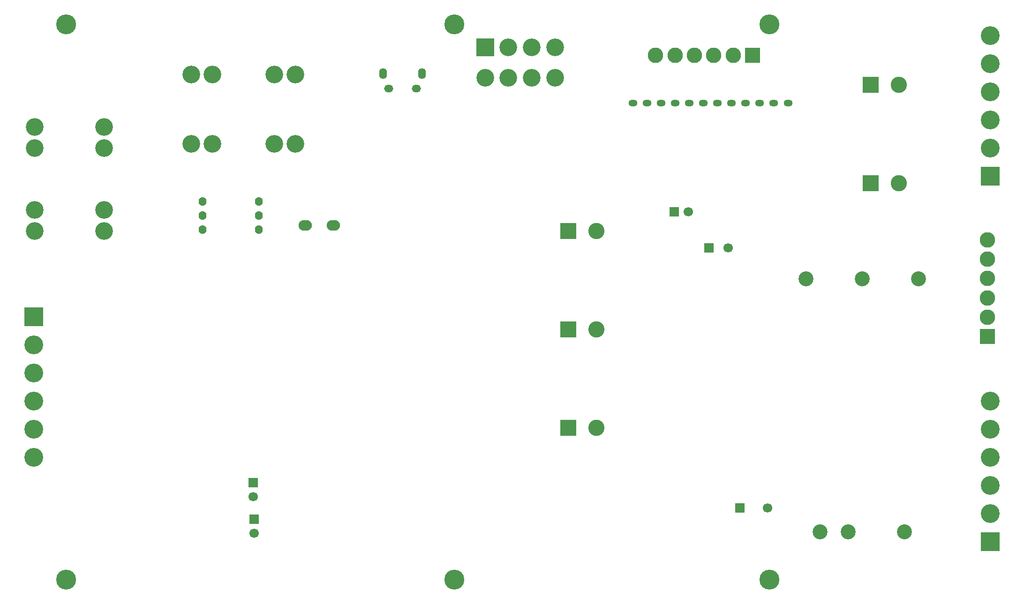
<source format=gbr>
G04 #@! TF.FileFunction,Soldermask,Bot*
%FSLAX46Y46*%
G04 Gerber Fmt 4.6, Leading zero omitted, Abs format (unit mm)*
G04 Created by KiCad (PCBNEW 4.0.7-e2-6376~58~ubuntu16.04.1) date Wed Jul 25 01:15:53 2018*
%MOMM*%
%LPD*%
G01*
G04 APERTURE LIST*
%ADD10C,0.100000*%
%ADD11C,3.600000*%
%ADD12R,1.700000X1.700000*%
%ADD13C,1.700000*%
%ADD14R,3.200000X3.200000*%
%ADD15C,3.200000*%
%ADD16R,3.400000X3.400000*%
%ADD17C,3.400000*%
%ADD18C,2.800000*%
%ADD19R,2.800000X2.800000*%
%ADD20O,1.650000X1.350000*%
%ADD21O,1.400000X1.950000*%
%ADD22O,1.600000X1.250000*%
%ADD23O,1.400000X1.600000*%
%ADD24O,2.400000X1.910000*%
%ADD25R,2.940000X2.940000*%
%ADD26C,2.940000*%
%ADD27C,2.700000*%
G04 APERTURE END LIST*
D10*
D11*
X209042000Y-48768000D03*
X209042000Y-149098000D03*
X152146000Y-48768000D03*
X152146000Y-149098000D03*
X82042000Y-149098000D03*
D12*
X115976400Y-138176000D03*
D13*
X115976400Y-140676000D03*
D12*
X115824000Y-131572000D03*
D13*
X115824000Y-134072000D03*
D14*
X157716000Y-52920000D03*
D15*
X161916000Y-52920000D03*
X166116000Y-52920000D03*
X170316000Y-52920000D03*
X157716000Y-58420000D03*
X161916000Y-58420000D03*
X166116000Y-58420000D03*
X170316000Y-58420000D03*
X123434000Y-70358000D03*
X119634000Y-70358000D03*
X123434000Y-57858000D03*
X119634000Y-57858000D03*
X108434000Y-70358000D03*
X104634000Y-70358000D03*
X108434000Y-57858000D03*
X104634000Y-57858000D03*
X88900000Y-67310000D03*
X88900000Y-71110000D03*
X76400000Y-67310000D03*
X76400000Y-71110000D03*
X88900000Y-82310000D03*
X88900000Y-86110000D03*
X76400000Y-82310000D03*
X76400000Y-86110000D03*
D16*
X248920000Y-76200000D03*
D17*
X248920000Y-71120000D03*
X248920000Y-66040000D03*
X248920000Y-60960000D03*
X248920000Y-55880000D03*
X248920000Y-50800000D03*
D16*
X248920000Y-142240000D03*
D17*
X248920000Y-137160000D03*
X248920000Y-132080000D03*
X248920000Y-127000000D03*
X248920000Y-121920000D03*
X248920000Y-116840000D03*
D16*
X76200000Y-101600000D03*
D17*
X76200000Y-106680000D03*
X76200000Y-111760000D03*
X76200000Y-116840000D03*
X76200000Y-121920000D03*
X76200000Y-127000000D03*
D18*
X202494000Y-54356000D03*
D19*
X205994000Y-54356000D03*
D18*
X198994000Y-54356000D03*
X195494000Y-54356000D03*
X191994000Y-54356000D03*
X188494000Y-54356000D03*
D20*
X140304000Y-60358000D03*
X145304000Y-60358000D03*
D21*
X146304000Y-57658000D03*
X139304000Y-57658000D03*
D12*
X191860800Y-82651600D03*
D13*
X194360800Y-82651600D03*
D22*
X212384000Y-62952000D03*
X209804000Y-62992000D03*
X207264000Y-62992000D03*
X204724000Y-62992000D03*
X202184000Y-62992000D03*
X199644000Y-62992000D03*
X197104000Y-62992000D03*
X194564000Y-62992000D03*
X192024000Y-62992000D03*
X189484000Y-62992000D03*
X186944000Y-62992000D03*
X184404000Y-62992000D03*
D23*
X106680000Y-85852000D03*
X106680000Y-83312000D03*
X106680000Y-80772000D03*
X116840000Y-85852000D03*
X116840000Y-83312000D03*
X116840000Y-80772000D03*
D24*
X125222000Y-85090000D03*
X130302000Y-85090000D03*
D25*
X172720000Y-103886000D03*
D26*
X177800000Y-103886000D03*
D25*
X172720000Y-121666000D03*
D26*
X177800000Y-121666000D03*
D25*
X172720000Y-86106000D03*
D26*
X177800000Y-86106000D03*
D18*
X248412000Y-101686000D03*
D19*
X248412000Y-105186000D03*
D18*
X248412000Y-98186000D03*
X248412000Y-94686000D03*
X248412000Y-91186000D03*
X248412000Y-87686000D03*
D25*
X227330000Y-59690000D03*
D26*
X232410000Y-59690000D03*
D25*
X227330000Y-77470000D03*
D26*
X232410000Y-77470000D03*
D11*
X82042000Y-48768000D03*
D13*
X201620000Y-89154000D03*
D12*
X198120000Y-89154000D03*
D27*
X218186000Y-140462000D03*
X223266000Y-140462000D03*
X233426000Y-140462000D03*
X215646000Y-94742000D03*
X225806000Y-94742000D03*
X235966000Y-94742000D03*
D12*
X203708000Y-136144000D03*
D13*
X208708000Y-136144000D03*
M02*

</source>
